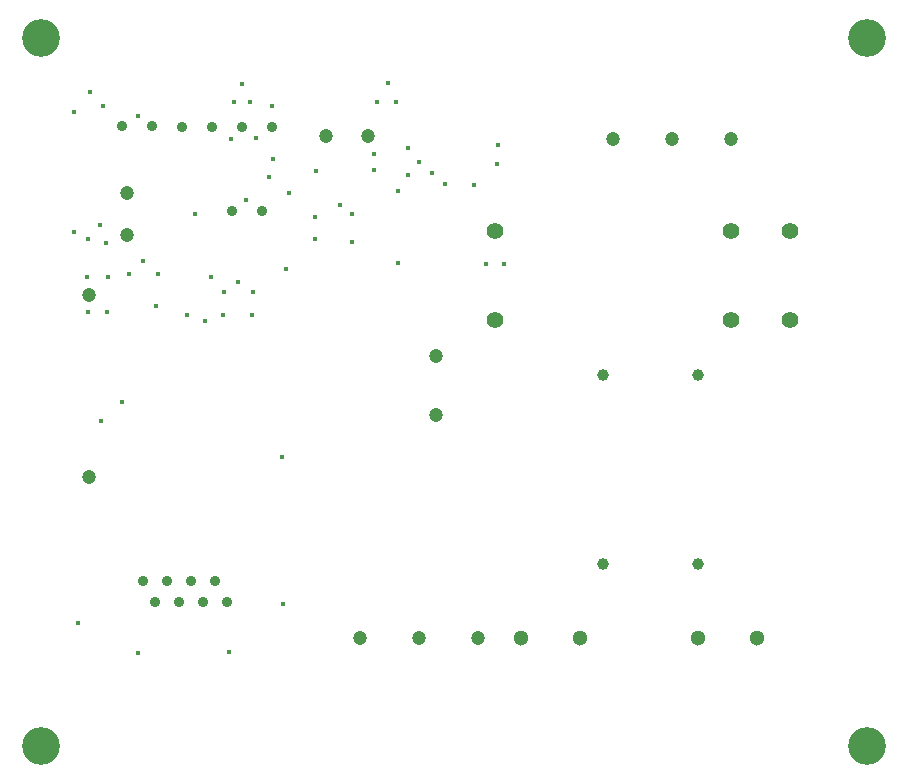
<source format=gbr>
%TF.GenerationSoftware,Altium Limited,Altium Designer,20.1.8 (145)*%
G04 Layer_Color=0*
%FSLAX45Y45*%
%MOMM*%
%TF.SameCoordinates,2A241EDF-A570-403E-9AC0-7F4DA974E4D7*%
%TF.FilePolarity,Positive*%
%TF.FileFunction,Plated,1,2,PTH,Drill*%
%TF.Part,Single*%
G01*
G75*
%TA.AperFunction,ComponentDrill*%
%ADD63C,1.00000*%
%ADD64C,0.90000*%
%ADD65C,1.20000*%
%ADD66C,1.20000*%
%ADD67C,1.40000*%
%TA.AperFunction,OtherDrill,Pad Free-1 (75mm,65mm)*%
%ADD68C,3.20000*%
%TA.AperFunction,OtherDrill,Pad Free-1 (5mm,65mm)*%
%ADD69C,3.20000*%
%TA.AperFunction,OtherDrill,Pad Free-1 (75mm,5mm)*%
%ADD70C,3.20000*%
%TA.AperFunction,OtherDrill,Pad Free-1 (5mm,5mm)*%
%ADD71C,3.20000*%
%TA.AperFunction,ComponentDrill*%
%ADD72C,1.30000*%
%ADD73C,0.88900*%
%TA.AperFunction,ViaDrill,NotFilled*%
%ADD74C,0.40000*%
D63*
X5266302Y3648593D02*
D03*
X6066302D02*
D03*
Y2048593D02*
D03*
X5266302D02*
D03*
D64*
X1193800Y5753100D02*
D03*
X1447800D02*
D03*
X1701800Y5740400D02*
D03*
X1955800D02*
D03*
X2209800D02*
D03*
X2463800D02*
D03*
X2120900Y5029200D02*
D03*
X2374900D02*
D03*
D65*
X3848100Y3303460D02*
D03*
Y3803460D02*
D03*
X908100Y2783460D02*
D03*
Y4323460D02*
D03*
X2921000Y5664200D02*
D03*
X3271000D02*
D03*
X3206395Y1417576D02*
D03*
X3706395D02*
D03*
X4206395D02*
D03*
X6348243Y5638800D02*
D03*
X5848243D02*
D03*
X5348243D02*
D03*
D66*
X1235806Y4831600D02*
D03*
Y5181600D02*
D03*
D67*
X4348243Y4112260D02*
D03*
Y4862260D02*
D03*
X6348243D02*
D03*
Y4112260D02*
D03*
X6848243Y4862260D02*
D03*
Y4112260D02*
D03*
D68*
X7500000Y6500000D02*
D03*
D69*
X500000D02*
D03*
D70*
X7500000Y500000D02*
D03*
D71*
X500000D02*
D03*
D72*
X4566302Y1417576D02*
D03*
X5066302D02*
D03*
X6066302D02*
D03*
X6566302D02*
D03*
D73*
X1978286Y1903159D02*
D03*
X2079886Y1725359D02*
D03*
X1775086Y1903159D02*
D03*
X1876686Y1725359D02*
D03*
X1571886Y1903159D02*
D03*
X1673486Y1725359D02*
D03*
X1368686Y1903159D02*
D03*
X1470286Y1725359D02*
D03*
D74*
X2541036Y2949615D02*
D03*
X2549461Y1707116D02*
D03*
X2098792Y1298566D02*
D03*
X1328022Y1294351D02*
D03*
X814174Y1542853D02*
D03*
X1943340Y4477711D02*
D03*
X1032821Y5920098D02*
D03*
X902334Y4799564D02*
D03*
X1000947Y4917062D02*
D03*
X1057599Y4759704D02*
D03*
X2272264Y5956259D02*
D03*
X2136880D02*
D03*
X3321861Y5379960D02*
D03*
Y5517225D02*
D03*
X4369178Y5588402D02*
D03*
X3511654Y5954431D02*
D03*
X3352365D02*
D03*
X4362029Y5434994D02*
D03*
X4168928Y5250294D02*
D03*
X2438229Y5319739D02*
D03*
X2607499Y5183839D02*
D03*
X2464154Y5469855D02*
D03*
X2115552Y5646526D02*
D03*
X2323056Y5652459D02*
D03*
X1323657Y5841768D02*
D03*
X1808655Y5007982D02*
D03*
X1740416Y4152103D02*
D03*
X1893852Y4098467D02*
D03*
X1069535Y4473233D02*
D03*
X893198D02*
D03*
X1059460Y4181015D02*
D03*
X900757D02*
D03*
X779817Y4856135D02*
D03*
Y5868818D02*
D03*
X918366Y6040116D02*
D03*
X2203115Y6108131D02*
D03*
X3442521Y6113162D02*
D03*
X4421534Y4585781D02*
D03*
X4268387Y4584245D02*
D03*
X3523082Y4595445D02*
D03*
X2574528Y4544084D02*
D03*
X2286923Y4152892D02*
D03*
X2046248Y4156598D02*
D03*
X1480491Y4231538D02*
D03*
X2050040Y4343400D02*
D03*
X1189606Y3415900D02*
D03*
X1016000Y3251460D02*
D03*
X1493581Y4498700D02*
D03*
X1248936D02*
D03*
X1371600Y4605955D02*
D03*
X2302971Y4343400D02*
D03*
X2175000Y4429406D02*
D03*
X2239900Y5125440D02*
D03*
X3133540Y4773513D02*
D03*
X3141000Y5006494D02*
D03*
X3037742Y5086600D02*
D03*
X2822400Y4984216D02*
D03*
Y4794858D02*
D03*
X3523610Y5203900D02*
D03*
X3921622Y5263900D02*
D03*
X3813999Y5353926D02*
D03*
X3611239Y5334061D02*
D03*
X3707400Y5448300D02*
D03*
X3611239Y5563856D02*
D03*
X2836300Y5370531D02*
D03*
X2463800Y5918200D02*
D03*
%TF.MD5,52fdb886bc0d958eb980e3b9d85bb01d*%
M02*

</source>
